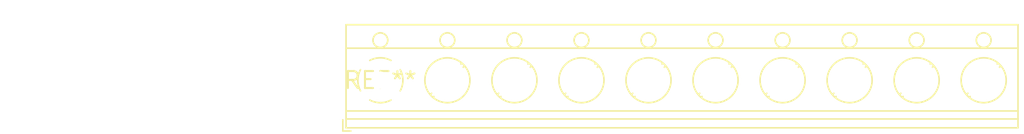
<source format=kicad_pcb>
(kicad_pcb (version 20240108) (generator pcbnew)
  (layers (0 "F.Cu" signal) (31 "B.Cu" signal) (34 "B.Paste" user) (35 "F.Paste" user) (36 "B.SilkS" user "B.Silkscreen") (37 "F.SilkS" user "F.Silkscreen") (38 "B.Mask" user) (39 "F.Mask" user) (44 "Edge.Cuts" user))
  (net 0 "")
  (footprint "TerminalBlock_RND_205-00020_1x10_P5.00mm_Horizontal" (layer "F.Cu") (at 0 0)
    (property "Reference" "REF**")
    (property "Value" "TerminalBlock_RND_205-00020_1x10_P5.00mm_Horizontal")
    (fp_line (start -2.8 2.96) (end -2.8 3.8) (layer "F.SilkS") (stroke (width 0.12)))
    (fp_line (start -2.8 3.8) (end -2.2 3.8) (layer "F.SilkS") (stroke (width 0.12)))
    (fp_line (start -2.56 -4.16) (end -2.56 3.561) (layer "F.SilkS") (stroke (width 0.12)))
    (fp_line (start -2.56 -4.16) (end 47.56 -4.16) (layer "F.SilkS") (stroke (width 0.12)))
    (fp_line (start -2.56 -2.4) (end 47.56 -2.4) (layer "F.SilkS") (stroke (width 0.12)))
    (fp_line (start -2.56 2.3) (end 47.56 2.3) (layer "F.SilkS") (stroke (width 0.12)))
    (fp_line (start -2.56 2.9) (end 47.56 2.9) (layer "F.SilkS") (stroke (width 0.12)))
    (fp_line (start -2.56 3.561) (end 47.56 3.561) (layer "F.SilkS") (stroke (width 0.12)))
    (fp_line (start 3.82 0.976) (end 3.726 1.069) (layer "F.SilkS") (stroke (width 0.12)))
    (fp_line (start 3.99 1.216) (end 3.931 1.274) (layer "F.SilkS") (stroke (width 0.12)))
    (fp_line (start 6.07 -1.275) (end 6.011 -1.216) (layer "F.SilkS") (stroke (width 0.12)))
    (fp_line (start 6.275 -1.069) (end 6.181 -0.976) (layer "F.SilkS") (stroke (width 0.12)))
    (fp_line (start 8.82 0.976) (end 8.726 1.069) (layer "F.SilkS") (stroke (width 0.12)))
    (fp_line (start 8.99 1.216) (end 8.931 1.274) (layer "F.SilkS") (stroke (width 0.12)))
    (fp_line (start 11.07 -1.275) (end 11.011 -1.216) (layer "F.SilkS") (stroke (width 0.12)))
    (fp_line (start 11.275 -1.069) (end 11.181 -0.976) (layer "F.SilkS") (stroke (width 0.12)))
    (fp_line (start 13.82 0.976) (end 13.726 1.069) (layer "F.SilkS") (stroke (width 0.12)))
    (fp_line (start 13.99 1.216) (end 13.931 1.274) (layer "F.SilkS") (stroke (width 0.12)))
    (fp_line (start 16.07 -1.275) (end 16.011 -1.216) (layer "F.SilkS") (stroke (width 0.12)))
    (fp_line (start 16.275 -1.069) (end 16.181 -0.976) (layer "F.SilkS") (stroke (width 0.12)))
    (fp_line (start 18.82 0.976) (end 18.726 1.069) (layer "F.SilkS") (stroke (width 0.12)))
    (fp_line (start 18.99 1.216) (end 18.931 1.274) (layer "F.SilkS") (stroke (width 0.12)))
    (fp_line (start 21.07 -1.275) (end 21.011 -1.216) (layer "F.SilkS") (stroke (width 0.12)))
    (fp_line (start 21.275 -1.069) (end 21.181 -0.976) (layer "F.SilkS") (stroke (width 0.12)))
    (fp_line (start 23.82 0.976) (end 23.726 1.069) (layer "F.SilkS") (stroke (width 0.12)))
    (fp_line (start 23.99 1.216) (end 23.931 1.274) (layer "F.SilkS") (stroke (width 0.12)))
    (fp_line (start 26.07 -1.275) (end 26.011 -1.216) (layer "F.SilkS") (stroke (width 0.12)))
    (fp_line (start 26.275 -1.069) (end 26.181 -0.976) (layer "F.SilkS") (stroke (width 0.12)))
    (fp_line (start 28.82 0.976) (end 28.726 1.069) (layer "F.SilkS") (stroke (width 0.12)))
    (fp_line (start 28.99 1.216) (end 28.931 1.274) (layer "F.SilkS") (stroke (width 0.12)))
    (fp_line (start 31.07 -1.275) (end 31.011 -1.216) (layer "F.SilkS") (stroke (width 0.12)))
    (fp_line (start 31.275 -1.069) (end 31.181 -0.976) (layer "F.SilkS") (stroke (width 0.12)))
    (fp_line (start 33.82 0.976) (end 33.726 1.069) (layer "F.SilkS") (stroke (width 0.12)))
    (fp_line (start 33.99 1.216) (end 33.931 1.274) (layer "F.SilkS") (stroke (width 0.12)))
    (fp_line (start 36.07 -1.275) (end 36.011 -1.216) (layer "F.SilkS") (stroke (width 0.12)))
    (fp_line (start 36.275 -1.069) (end 36.181 -0.976) (layer "F.SilkS") (stroke (width 0.12)))
    (fp_line (start 38.82 0.976) (end 38.726 1.069) (layer "F.SilkS") (stroke (width 0.12)))
    (fp_line (start 38.99 1.216) (end 38.931 1.274) (layer "F.SilkS") (stroke (width 0.12)))
    (fp_line (start 41.07 -1.275) (end 41.011 -1.216) (layer "F.SilkS") (stroke (width 0.12)))
    (fp_line (start 41.275 -1.069) (end 41.181 -0.976) (layer "F.SilkS") (stroke (width 0.12)))
    (fp_line (start 43.82 0.976) (end 43.726 1.069) (layer "F.SilkS") (stroke (width 0.12)))
    (fp_line (start 43.99 1.216) (end 43.931 1.274) (layer "F.SilkS") (stroke (width 0.12)))
    (fp_line (start 46.07 -1.275) (end 46.011 -1.216) (layer "F.SilkS") (stroke (width 0.12)))
    (fp_line (start 46.275 -1.069) (end 46.181 -0.976) (layer "F.SilkS") (stroke (width 0.12)))
    (fp_line (start 47.56 -4.16) (end 47.56 3.561) (layer "F.SilkS") (stroke (width 0.12)))
    (fp_arc (start -1.483953 0.789089) (mid -1.680708 5e-05) (end -1.484 -0.789) (layer "F.SilkS") (stroke (width 0.12)))
    (fp_arc (start -0.789089 -1.483953) (mid -5e-05 -1.680708) (end 0.789 -1.484) (layer "F.SilkS") (stroke (width 0.12)))
    (fp_arc (start 0.029383 1.68045) (mid -0.392304 1.634281) (end -0.789 1.484) (layer "F.SilkS") (stroke (width 0.12)))
    (fp_arc (start 0.788712 1.483352) (mid 0.406429 1.630097) (end 0 1.68) (layer "F.SilkS") (stroke (width 0.12)))
    (fp_arc (start 1.483953 -0.789089) (mid 1.680708 -5e-05) (end 1.484 0.789) (layer "F.SilkS") (stroke (width 0.12)))
    (fp_circle (center 0 -3) (end 0.55 -3) (layer "F.SilkS") (stroke (width 0.12)) (fill none))
    (fp_circle (center 5 -3) (end 5.55 -3) (layer "F.SilkS") (stroke (width 0.12)) (fill none))
    (fp_circle (center 5 0) (end 6.68 0) (layer "F.SilkS") (stroke (width 0.12)) (fill none))
    (fp_circle (center 10 -3) (end 10.55 -3) (layer "F.SilkS") (stroke (width 0.12)) (fill none))
    (fp_circle (center 10 0) (end 11.68 0) (layer "F.SilkS") (stroke (width 0.12)) (fill none))
    (fp_circle (center 15 -3) (end 15.55 -3) (layer "F.SilkS") (stroke (width 0.12)) (fill none))
    (fp_circle (center 15 0) (end 16.68 0) (layer "F.SilkS") (stroke (width 0.12)) (fill none))
    (fp_circle (center 20 -3) (end 20.55 -3) (layer "F.SilkS") (stroke (width 0.12)) (fill none))
    (fp_circle (center 20 0) (end 21.68 0) (layer "F.SilkS") (stroke (width 0.12)) (fill none))
    (fp_circle (center 25 -3) (end 25.55 -3) (layer "F.SilkS") (stroke (width 0.12)) (fill none))
    (fp_circle (center 25 0) (end 26.68 0) (layer "F.SilkS") (stroke (width 0.12)) (fill none))
    (fp_circle (center 30 -3) (end 30.55 -3) (layer "F.SilkS") (stroke (width 0.12)) (fill none))
    (fp_circle (center 30 0) (end 31.68 0) (layer "F.SilkS") (stroke (width 0.12)) (fill none))
    (fp_circle (center 35 -3) (end 35.55 -3) (layer "F.SilkS") (stroke (width 0.12)) (fill none))
    (fp_circle (center 35 0) (end 36.68 0) (layer "F.SilkS") (stroke (width 0.12)) (fill none))
    (fp_circle (center 40 -3) (end 40.55 -3) (layer "F.SilkS") (stroke (width 0.12)) (fill none))
    (fp_circle (center 40 0) (end 41.68 0) (layer "F.SilkS") (stroke (width 0.12)) (fill none))
    (fp_circle (center 45 -3) (end 45.55 -3) (layer "F.SilkS") (stroke (width 0.12)) (fill none))
    (fp_circle (center 45 0) (end 46.68 0) (layer "F.SilkS") (stroke (width 0.12)) (fill none))
    (pad "1" thru_hole rect (at 0 0) (size 2.5 2.5) (drill 1.3) (layers *.Cu *.Mask) (remove_unused_layers))
    (pad "2" thru_hole circle (at 5 0) (size 2.5 2.5) (drill 1.3) (layers *.Cu *.Mask) (remove_unused_layers))
    (pad "3" thru_hole circle (at 10 0) (size 2.5 2.5) (drill 1.3) (layers *.Cu *.Mask) (remove_unused_layers))
    (pad "4" thru_hole circle (at 15 0) (size 2.5 2.5) (drill 1.3) (layers *.Cu *.Mask) (remove_unused_layers))
    (pad "5" thru_hole circle (at 20 0) (size 2.5 2.5) (drill 1.3) (layers *.Cu *.Mask) (remove_unused_layers))
    (pad "6" thru_hole circle (at 25 0) (size 2.5 2.5) (drill 1.3) (layers *.Cu *.Mask) (remove_unused_layers))
    (pad "7" thru_hole circle (at 30 0) (size 2.5 2.5) (drill 1.3) (layers *.Cu *.Mask) (remove_unused_layers))
    (pad "8" thru_hole circle (at 35 0) (size 2.5 2.5) (drill 1.3) (layers *.Cu *.Mask) (remove_unused_layers))
    (pad "9" thru_hole circle (at 40 0) (size 2.5 2.5) (drill 1.3) (layers *.Cu *.Mask) (remove_unused_layers))
    (pad "10" thru_hole circle (at 45 0) (size 2.5 2.5) (drill 1.3) (layers *.Cu *.Mask) (remove_unused_layers))
  )
)
</source>
